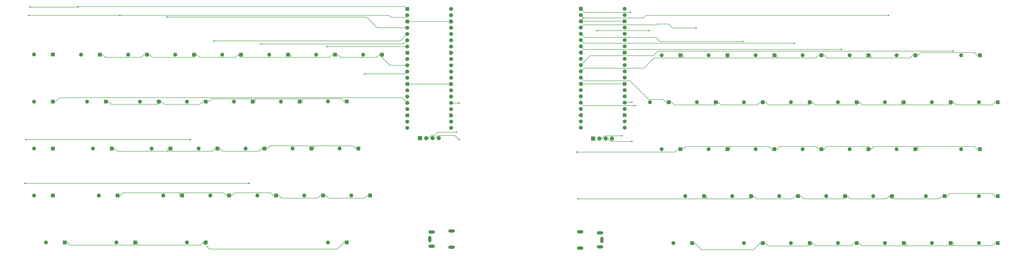
<source format=gbr>
%TF.GenerationSoftware,KiCad,Pcbnew,8.0.8*%
%TF.CreationDate,2025-03-06T07:07:31-06:00*%
%TF.ProjectId,keyboardv2,6b657962-6f61-4726-9476-322e6b696361,rev?*%
%TF.SameCoordinates,Original*%
%TF.FileFunction,Copper,L1,Top*%
%TF.FilePolarity,Positive*%
%FSLAX46Y46*%
G04 Gerber Fmt 4.6, Leading zero omitted, Abs format (unit mm)*
G04 Created by KiCad (PCBNEW 8.0.8) date 2025-03-06 07:07:31*
%MOMM*%
%LPD*%
G01*
G04 APERTURE LIST*
G04 Aperture macros list*
%AMRoundRect*
0 Rectangle with rounded corners*
0 $1 Rounding radius*
0 $2 $3 $4 $5 $6 $7 $8 $9 X,Y pos of 4 corners*
0 Add a 4 corners polygon primitive as box body*
4,1,4,$2,$3,$4,$5,$6,$7,$8,$9,$2,$3,0*
0 Add four circle primitives for the rounded corners*
1,1,$1+$1,$2,$3*
1,1,$1+$1,$4,$5*
1,1,$1+$1,$6,$7*
1,1,$1+$1,$8,$9*
0 Add four rect primitives between the rounded corners*
20,1,$1+$1,$2,$3,$4,$5,0*
20,1,$1+$1,$4,$5,$6,$7,0*
20,1,$1+$1,$6,$7,$8,$9,0*
20,1,$1+$1,$8,$9,$2,$3,0*%
%AMFreePoly0*
4,1,28,0.605014,0.794986,0.644504,0.794986,0.724698,0.756366,0.780194,0.686777,0.800000,0.600000,0.800000,-0.600000,0.780194,-0.686777,0.724698,-0.756366,0.644504,-0.794986,0.605014,-0.794986,0.600000,-0.800000,0.000000,-0.800000,-0.178017,-0.779942,-0.347107,-0.720775,-0.498792,-0.625465,-0.625465,-0.498792,-0.720775,-0.347107,-0.779942,-0.178017,-0.800000,0.000000,-0.779942,0.178017,
-0.720775,0.347107,-0.625465,0.498792,-0.498792,0.625465,-0.347107,0.720775,-0.178017,0.779942,0.000000,0.800000,0.600000,0.800000,0.605014,0.794986,0.605014,0.794986,$1*%
%AMFreePoly1*
4,1,28,0.178017,0.779942,0.347107,0.720775,0.498792,0.625465,0.625465,0.498792,0.720775,0.347107,0.779942,0.178017,0.800000,0.000000,0.779942,-0.178017,0.720775,-0.347107,0.625465,-0.498792,0.498792,-0.625465,0.347107,-0.720775,0.178017,-0.779942,0.000000,-0.800000,-0.600000,-0.800000,-0.605014,-0.794986,-0.644504,-0.794986,-0.724698,-0.756366,-0.780194,-0.686777,-0.800000,-0.600000,
-0.800000,0.600000,-0.780194,0.686777,-0.724698,0.756366,-0.644504,0.794986,-0.605014,0.794986,-0.600000,0.800000,0.000000,0.800000,0.178017,0.779942,0.178017,0.779942,$1*%
G04 Aperture macros list end*
%TA.AperFunction,ComponentPad*%
%ADD10RoundRect,0.200000X-0.600000X-0.600000X0.600000X-0.600000X0.600000X0.600000X-0.600000X0.600000X0*%
%TD*%
%TA.AperFunction,ComponentPad*%
%ADD11C,1.600000*%
%TD*%
%TA.AperFunction,ComponentPad*%
%ADD12FreePoly0,0.000000*%
%TD*%
%TA.AperFunction,ComponentPad*%
%ADD13FreePoly1,0.000000*%
%TD*%
%TA.AperFunction,ComponentPad*%
%ADD14R,1.700000X1.700000*%
%TD*%
%TA.AperFunction,ComponentPad*%
%ADD15O,1.700000X1.700000*%
%TD*%
%TA.AperFunction,ComponentPad*%
%ADD16O,1.308000X2.616000*%
%TD*%
%TA.AperFunction,ComponentPad*%
%ADD17O,2.616000X1.308000*%
%TD*%
%TA.AperFunction,ComponentPad*%
%ADD18R,1.600000X1.600000*%
%TD*%
%TA.AperFunction,ComponentPad*%
%ADD19O,1.600000X1.600000*%
%TD*%
%TA.AperFunction,ViaPad*%
%ADD20C,0.600000*%
%TD*%
%TA.AperFunction,Conductor*%
%ADD21C,0.200000*%
%TD*%
G04 APERTURE END LIST*
D10*
%TO.P,A1,1,GPIO0*%
%TO.N,Net-(A1-GPIO0)*%
X205070000Y-69980000D03*
D11*
%TO.P,A1,2,GPIO1*%
%TO.N,Net-(A1-GPIO1)*%
X205070000Y-72520000D03*
D12*
%TO.P,A1,3,GND*%
%TO.N,Net-(J1-T)*%
X205070000Y-75060000D03*
D11*
%TO.P,A1,4,GPIO2*%
%TO.N,Net-(A1-GPIO2)*%
X205070000Y-77600000D03*
%TO.P,A1,5,GPIO3*%
%TO.N,Net-(A1-GPIO3)*%
X205070000Y-80140000D03*
%TO.P,A1,6,GPIO4*%
%TO.N,Net-(A1-GPIO4)*%
X205070000Y-82680000D03*
%TO.P,A1,7,GPIO5*%
%TO.N,Net-(A1-GPIO5)*%
X205070000Y-85220000D03*
D12*
%TO.P,A1,8,GND*%
%TO.N,Net-(J1-T)*%
X205070000Y-87760000D03*
D11*
%TO.P,A1,9,GPIO6*%
%TO.N,Net-(A1-GPIO6)*%
X205070000Y-90300000D03*
%TO.P,A1,10,GPIO7*%
%TO.N,Net-(A1-GPIO7)*%
X205070000Y-92840000D03*
%TO.P,A1,11,GPIO8*%
%TO.N,Net-(A1-GPIO8)*%
X205070000Y-95380000D03*
%TO.P,A1,12,GPIO9*%
%TO.N,Net-(A1-GPIO9)*%
X205070000Y-97920000D03*
D12*
%TO.P,A1,13,GND*%
%TO.N,Net-(J1-T)*%
X205070000Y-100460000D03*
D11*
%TO.P,A1,14,GPIO10*%
%TO.N,Net-(A1-GPIO10)*%
X205070000Y-103000000D03*
%TO.P,A1,15,GPIO11*%
%TO.N,Net-(A1-GPIO11)*%
X205070000Y-105540000D03*
%TO.P,A1,16,GPIO12*%
%TO.N,Net-(A1-GPIO12)*%
X205070000Y-108080000D03*
%TO.P,A1,17,GPIO13*%
%TO.N,unconnected-(A1-GPIO13-Pad17)*%
X205070000Y-110620000D03*
D12*
%TO.P,A1,18,GND*%
%TO.N,Net-(J1-T)*%
X205070000Y-113160000D03*
D11*
%TO.P,A1,19,GPIO14*%
%TO.N,unconnected-(A1-GPIO14-Pad19)*%
X205070000Y-115700000D03*
%TO.P,A1,20,GPIO15*%
%TO.N,unconnected-(A1-GPIO15-Pad20)*%
X205070000Y-118240000D03*
%TO.P,A1,21,GPIO16*%
%TO.N,unconnected-(A1-GPIO16-Pad21)*%
X222850000Y-118240000D03*
%TO.P,A1,22,GPIO17*%
%TO.N,Net-(A1-GPIO17)*%
X222850000Y-115700000D03*
D13*
%TO.P,A1,23,GND*%
%TO.N,Net-(J1-T)*%
X222850000Y-113160000D03*
D11*
%TO.P,A1,24,GPIO18*%
%TO.N,Net-(A1-GPIO18)*%
X222850000Y-110620000D03*
%TO.P,A1,25,GPIO19*%
%TO.N,Net-(A1-GPIO19)*%
X222850000Y-108080000D03*
%TO.P,A1,26,GPIO20*%
%TO.N,unconnected-(A1-GPIO20-Pad26)*%
X222850000Y-105540000D03*
%TO.P,A1,27,GPIO21*%
%TO.N,unconnected-(A1-GPIO21-Pad27)*%
X222850000Y-103000000D03*
D13*
%TO.P,A1,28,GND*%
%TO.N,Net-(J1-T)*%
X222850000Y-100460000D03*
D11*
%TO.P,A1,29,GPIO22*%
%TO.N,unconnected-(A1-GPIO22-Pad29)*%
X222850000Y-97920000D03*
%TO.P,A1,30,RUN*%
%TO.N,unconnected-(A1-RUN-Pad30)*%
X222850000Y-95380000D03*
%TO.P,A1,31,GPIO26_ADC0*%
%TO.N,unconnected-(A1-GPIO26_ADC0-Pad31)*%
X222850000Y-92840000D03*
%TO.P,A1,32,GPIO27_ADC1*%
%TO.N,unconnected-(A1-GPIO27_ADC1-Pad32)*%
X222850000Y-90300000D03*
D13*
%TO.P,A1,33,AGND*%
%TO.N,unconnected-(A1-AGND-Pad33)*%
X222850000Y-87760000D03*
D11*
%TO.P,A1,34,GPIO28_ADC2*%
%TO.N,unconnected-(A1-GPIO28_ADC2-Pad34)*%
X222850000Y-85220000D03*
%TO.P,A1,35,ADC_VREF*%
%TO.N,unconnected-(A1-ADC_VREF-Pad35)*%
X222850000Y-82680000D03*
%TO.P,A1,36,3V3*%
%TO.N,+3.3V*%
X222850000Y-80140000D03*
%TO.P,A1,37,3V3_EN*%
%TO.N,unconnected-(A1-3V3_EN-Pad37)*%
X222850000Y-77600000D03*
D13*
%TO.P,A1,38,GND*%
%TO.N,Net-(J1-T)*%
X222850000Y-75060000D03*
D11*
%TO.P,A1,39,VSYS*%
%TO.N,unconnected-(A1-VSYS-Pad39)*%
X222850000Y-72520000D03*
%TO.P,A1,40,VBUS*%
%TO.N,unconnected-(A1-VBUS-Pad40)*%
X222850000Y-69980000D03*
%TD*%
D10*
%TO.P,A3,1,GPIO0*%
%TO.N,Net-(A3-GPIO0)*%
X275445000Y-69937500D03*
D11*
%TO.P,A3,2,GPIO1*%
%TO.N,Net-(A3-GPIO1)*%
X275445000Y-72477500D03*
D12*
%TO.P,A3,3,GND*%
%TO.N,GND*%
X275445000Y-75017500D03*
D11*
%TO.P,A3,4,GPIO2*%
%TO.N,Net-(A3-GPIO2)*%
X275445000Y-77557500D03*
%TO.P,A3,5,GPIO3*%
%TO.N,Net-(A3-GPIO3)*%
X275445000Y-80097500D03*
%TO.P,A3,6,GPIO4*%
%TO.N,Net-(A3-GPIO4)*%
X275445000Y-82637500D03*
%TO.P,A3,7,GPIO5*%
%TO.N,Net-(A3-GPIO5)*%
X275445000Y-85177500D03*
D12*
%TO.P,A3,8,GND*%
%TO.N,GND*%
X275445000Y-87717500D03*
D11*
%TO.P,A3,9,GPIO6*%
%TO.N,Net-(A3-GPIO6)*%
X275445000Y-90257500D03*
%TO.P,A3,10,GPIO7*%
%TO.N,Net-(A3-GPIO7)*%
X275445000Y-92797500D03*
%TO.P,A3,11,GPIO8*%
%TO.N,Net-(A3-GPIO8)*%
X275445000Y-95337500D03*
%TO.P,A3,12,GPIO9*%
%TO.N,Net-(A3-GPIO9)*%
X275445000Y-97877500D03*
D12*
%TO.P,A3,13,GND*%
%TO.N,GND*%
X275445000Y-100417500D03*
D11*
%TO.P,A3,14,GPIO10*%
%TO.N,Net-(A3-GPIO10)*%
X275445000Y-102957500D03*
%TO.P,A3,15,GPIO11*%
%TO.N,Net-(A3-GPIO11)*%
X275445000Y-105497500D03*
%TO.P,A3,16,GPIO12*%
%TO.N,Net-(A3-GPIO12)*%
X275445000Y-108037500D03*
%TO.P,A3,17,GPIO13*%
%TO.N,unconnected-(A3-GPIO13-Pad17)*%
X275445000Y-110577500D03*
D12*
%TO.P,A3,18,GND*%
%TO.N,GND*%
X275445000Y-113117500D03*
D11*
%TO.P,A3,19,GPIO14*%
%TO.N,unconnected-(A3-GPIO14-Pad19)*%
X275445000Y-115657500D03*
%TO.P,A3,20,GPIO15*%
%TO.N,unconnected-(A3-GPIO15-Pad20)*%
X275445000Y-118197500D03*
%TO.P,A3,21,GPIO16*%
%TO.N,unconnected-(A3-GPIO16-Pad21)*%
X293225000Y-118197500D03*
%TO.P,A3,22,GPIO17*%
%TO.N,Net-(A3-GPIO17)*%
X293225000Y-115657500D03*
D13*
%TO.P,A3,23,GND*%
%TO.N,GND*%
X293225000Y-113117500D03*
D11*
%TO.P,A3,24,GPIO18*%
%TO.N,Net-(A3-GPIO18)*%
X293225000Y-110577500D03*
%TO.P,A3,25,GPIO19*%
%TO.N,Net-(A3-GPIO19)*%
X293225000Y-108037500D03*
%TO.P,A3,26,GPIO20*%
%TO.N,unconnected-(A3-GPIO20-Pad26)*%
X293225000Y-105497500D03*
%TO.P,A3,27,GPIO21*%
%TO.N,unconnected-(A3-GPIO21-Pad27)*%
X293225000Y-102957500D03*
D13*
%TO.P,A3,28,GND*%
%TO.N,GND*%
X293225000Y-100417500D03*
D11*
%TO.P,A3,29,GPIO22*%
%TO.N,unconnected-(A3-GPIO22-Pad29)*%
X293225000Y-97877500D03*
%TO.P,A3,30,RUN*%
%TO.N,unconnected-(A3-RUN-Pad30)*%
X293225000Y-95337500D03*
%TO.P,A3,31,GPIO26_ADC0*%
%TO.N,unconnected-(A3-GPIO26_ADC0-Pad31)*%
X293225000Y-92797500D03*
%TO.P,A3,32,GPIO27_ADC1*%
%TO.N,unconnected-(A3-GPIO27_ADC1-Pad32)*%
X293225000Y-90257500D03*
D13*
%TO.P,A3,33,AGND*%
%TO.N,unconnected-(A3-AGND-Pad33)*%
X293225000Y-87717500D03*
D11*
%TO.P,A3,34,GPIO28_ADC2*%
%TO.N,unconnected-(A3-GPIO28_ADC2-Pad34)*%
X293225000Y-85177500D03*
%TO.P,A3,35,ADC_VREF*%
%TO.N,unconnected-(A3-ADC_VREF-Pad35)*%
X293225000Y-82637500D03*
%TO.P,A3,36,3V3*%
%TO.N,Net-(A3-3V3)*%
X293225000Y-80097500D03*
%TO.P,A3,37,3V3_EN*%
%TO.N,unconnected-(A3-3V3_EN-Pad37)*%
X293225000Y-77557500D03*
D13*
%TO.P,A3,38,GND*%
%TO.N,GND*%
X293225000Y-75017500D03*
D11*
%TO.P,A3,39,VSYS*%
%TO.N,unconnected-(A3-VSYS-Pad39)*%
X293225000Y-72477500D03*
%TO.P,A3,40,VBUS*%
%TO.N,Net-(A3-VBUS)*%
X293225000Y-69937500D03*
%TD*%
D14*
%TO.P,U2,1,GND*%
%TO.N,GND*%
X280440000Y-122590000D03*
D15*
%TO.P,U2,2,+5V*%
%TO.N,Net-(A3-3V3)*%
X282980000Y-122590000D03*
%TO.P,U2,3,SCL*%
%TO.N,Net-(A3-GPIO19)*%
X285520000Y-122590000D03*
%TO.P,U2,4,SDA*%
%TO.N,Net-(A3-GPIO18)*%
X288060000Y-122590000D03*
%TD*%
D14*
%TO.P,U1,1,GND*%
%TO.N,Net-(J1-T)*%
X210225000Y-122412500D03*
D15*
%TO.P,U1,2,+5V*%
%TO.N,+3.3V*%
X212765000Y-122412500D03*
%TO.P,U1,3,SCL*%
%TO.N,Net-(A1-GPIO19)*%
X215305000Y-122412500D03*
%TO.P,U1,4,SDA*%
%TO.N,Net-(A1-GPIO18)*%
X217845000Y-122412500D03*
%TD*%
D16*
%TO.P,J2,1,S*%
%TO.N,Net-(A3-GPIO17)*%
X283985000Y-163705000D03*
D17*
%TO.P,J2,2,R2*%
%TO.N,unconnected-(J2-R2-Pad2)*%
X283185000Y-160855000D03*
%TO.P,J2,3,R1*%
%TO.N,Net-(A3-VBUS)*%
X283185000Y-166555000D03*
%TO.P,J2,4_1,T*%
%TO.N,GND*%
X275185000Y-160405000D03*
%TO.P,J2,4_2,TN*%
%TO.N,unconnected-(J2-TN-Pad4_2)*%
X275185000Y-167005000D03*
%TD*%
D16*
%TO.P,J1,1,S*%
%TO.N,Net-(A1-GPIO17)*%
X214220000Y-163377500D03*
D17*
%TO.P,J1,2,R2*%
%TO.N,unconnected-(J1-R2-Pad2)*%
X215020000Y-166227500D03*
%TO.P,J1,3,R1*%
%TO.N,+3.3V*%
X215020000Y-160527500D03*
%TO.P,J1,4_1,T*%
%TO.N,Net-(J1-T)*%
X223020000Y-166677500D03*
%TO.P,J1,4_2,TN*%
%TO.N,unconnected-(J1-TN-Pad4_2)*%
X223020000Y-160077500D03*
%TD*%
D18*
%TO.P,D44,1,K*%
%TO.N,Net-(A1-GPIO10)*%
X132880000Y-145677500D03*
D19*
%TO.P,D44,2,A*%
%TO.N,Net-(D44-A)*%
X125260000Y-145677500D03*
%TD*%
D18*
%TO.P,D54,1,K*%
%TO.N,Net-(A3-GPIO11)*%
X444395000Y-145955000D03*
D19*
%TO.P,D54,2,A*%
%TO.N,Net-(D54-A)*%
X436775000Y-145955000D03*
%TD*%
D18*
%TO.P,D62,1,K*%
%TO.N,Net-(A3-GPIO12)*%
X387245000Y-165005000D03*
D19*
%TO.P,D62,2,A*%
%TO.N,Net-(D62-A)*%
X379625000Y-165005000D03*
%TD*%
D18*
%TO.P,D55,1,K*%
%TO.N,Net-(A1-GPIO11)*%
X66180000Y-164727500D03*
D19*
%TO.P,D55,2,A*%
%TO.N,Net-(D55-A)*%
X58560000Y-164727500D03*
%TD*%
D18*
%TO.P,D63,1,K*%
%TO.N,Net-(A3-GPIO12)*%
X406295000Y-165005000D03*
D19*
%TO.P,D63,2,A*%
%TO.N,Net-(D63-A)*%
X398675000Y-165005000D03*
%TD*%
D18*
%TO.P,D69,1,K*%
%TO.N,Net-(A1-GPIO12)*%
X61430000Y-145677500D03*
D19*
%TO.P,D69,2,A*%
%TO.N,Net-(D69-A)*%
X53810000Y-145677500D03*
%TD*%
D18*
%TO.P,D28,1,K*%
%TO.N,Net-(A3-GPIO9)*%
X444395000Y-107855000D03*
D19*
%TO.P,D28,2,A*%
%TO.N,Net-(D28-A)*%
X436775000Y-107855000D03*
%TD*%
D18*
%TO.P,D52,1,K*%
%TO.N,Net-(A3-GPIO11)*%
X401545000Y-145955000D03*
D19*
%TO.P,D52,2,A*%
%TO.N,Net-(D52-A)*%
X393925000Y-145955000D03*
%TD*%
D18*
%TO.P,D53,1,K*%
%TO.N,Net-(A3-GPIO11)*%
X422945000Y-145955000D03*
D19*
%TO.P,D53,2,A*%
%TO.N,Net-(D53-A)*%
X415325000Y-145955000D03*
%TD*%
D18*
%TO.P,D45,1,K*%
%TO.N,Net-(A1-GPIO10)*%
X151890000Y-145677500D03*
D19*
%TO.P,D45,2,A*%
%TO.N,Net-(D45-A)*%
X144270000Y-145677500D03*
%TD*%
D18*
%TO.P,D17,1,K*%
%TO.N,Net-(A1-GPIO8)*%
X123330000Y-107577500D03*
D19*
%TO.P,D17,2,A*%
%TO.N,Net-(D17-A)*%
X115710000Y-107577500D03*
%TD*%
D18*
%TO.P,D9,1,K*%
%TO.N,Net-(A3-GPIO8)*%
X334845000Y-88805000D03*
D19*
%TO.P,D9,2,A*%
%TO.N,Net-(D9-A)*%
X327225000Y-88805000D03*
%TD*%
D18*
%TO.P,D35,1,K*%
%TO.N,Net-(A3-GPIO10)*%
X315795000Y-126905000D03*
D19*
%TO.P,D35,2,A*%
%TO.N,Net-(D35-A)*%
X308175000Y-126905000D03*
%TD*%
D18*
%TO.P,D12,1,K*%
%TO.N,Net-(A3-GPIO8)*%
X391995000Y-88805000D03*
D19*
%TO.P,D12,2,A*%
%TO.N,Net-(D12-A)*%
X384375000Y-88805000D03*
%TD*%
D18*
%TO.P,D4,1,K*%
%TO.N,Net-(A1-GPIO7)*%
X137680000Y-88527500D03*
D19*
%TO.P,D4,2,A*%
%TO.N,Net-(D4-A)*%
X130060000Y-88527500D03*
%TD*%
D18*
%TO.P,D31,1,K*%
%TO.N,Net-(A1-GPIO9)*%
X128080000Y-126627500D03*
D19*
%TO.P,D31,2,A*%
%TO.N,Net-(D31-A)*%
X120460000Y-126627500D03*
%TD*%
D18*
%TO.P,D43,1,K*%
%TO.N,Net-(A1-GPIO10)*%
X113830000Y-145677500D03*
D19*
%TO.P,D43,2,A*%
%TO.N,Net-(D43-A)*%
X106210000Y-145677500D03*
%TD*%
D18*
%TO.P,D18,1,K*%
%TO.N,Net-(A1-GPIO8)*%
X142390000Y-107577500D03*
D19*
%TO.P,D18,2,A*%
%TO.N,Net-(D18-A)*%
X134770000Y-107577500D03*
%TD*%
D18*
%TO.P,D50,1,K*%
%TO.N,Net-(A3-GPIO11)*%
X363445000Y-145955000D03*
D19*
%TO.P,D50,2,A*%
%TO.N,Net-(D50-A)*%
X355825000Y-145955000D03*
%TD*%
D18*
%TO.P,D26,1,K*%
%TO.N,Net-(A3-GPIO9)*%
X406305000Y-107855000D03*
D19*
%TO.P,D26,2,A*%
%TO.N,Net-(D26-A)*%
X398685000Y-107855000D03*
%TD*%
D18*
%TO.P,D47,1,K*%
%TO.N,Net-(A1-GPIO10)*%
X189980000Y-145677500D03*
D19*
%TO.P,D47,2,A*%
%TO.N,Net-(D47-A)*%
X182360000Y-145677500D03*
%TD*%
D18*
%TO.P,D33,1,K*%
%TO.N,Net-(A1-GPIO9)*%
X166180000Y-126627500D03*
D19*
%TO.P,D33,2,A*%
%TO.N,Net-(D33-A)*%
X158560000Y-126627500D03*
%TD*%
D18*
%TO.P,D23,1,K*%
%TO.N,Net-(A3-GPIO9)*%
X349195000Y-107855000D03*
D19*
%TO.P,D23,2,A*%
%TO.N,Net-(D23-A)*%
X341575000Y-107855000D03*
%TD*%
D18*
%TO.P,D39,1,K*%
%TO.N,Net-(A3-GPIO10)*%
X391995000Y-126905000D03*
D19*
%TO.P,D39,2,A*%
%TO.N,Net-(D39-A)*%
X384375000Y-126905000D03*
%TD*%
D18*
%TO.P,D24,1,K*%
%TO.N,Net-(A3-GPIO9)*%
X368195000Y-107855000D03*
D19*
%TO.P,D24,2,A*%
%TO.N,Net-(D24-A)*%
X360575000Y-107855000D03*
%TD*%
D18*
%TO.P,D7,1,K*%
%TO.N,Net-(A1-GPIO7)*%
X194830000Y-88527500D03*
D19*
%TO.P,D7,2,A*%
%TO.N,Net-(D7-A)*%
X187210000Y-88527500D03*
%TD*%
D18*
%TO.P,D27,1,K*%
%TO.N,Net-(A3-GPIO9)*%
X425345000Y-107855000D03*
D19*
%TO.P,D27,2,A*%
%TO.N,Net-(D27-A)*%
X417725000Y-107855000D03*
%TD*%
D18*
%TO.P,D48,1,K*%
%TO.N,Net-(A3-GPIO11)*%
X325345000Y-145955000D03*
D19*
%TO.P,D48,2,A*%
%TO.N,Net-(D48-A)*%
X317725000Y-145955000D03*
%TD*%
D18*
%TO.P,D49,1,K*%
%TO.N,Net-(A3-GPIO11)*%
X344395000Y-145955000D03*
D19*
%TO.P,D49,2,A*%
%TO.N,Net-(D49-A)*%
X336775000Y-145955000D03*
%TD*%
D18*
%TO.P,D58,1,K*%
%TO.N,Net-(A1-GPIO11)*%
X180480000Y-164727500D03*
D19*
%TO.P,D58,2,A*%
%TO.N,Net-(D58-A)*%
X172860000Y-164727500D03*
%TD*%
D18*
%TO.P,D13,1,K*%
%TO.N,Net-(A3-GPIO8)*%
X411055000Y-88805000D03*
D19*
%TO.P,D13,2,A*%
%TO.N,Net-(D13-A)*%
X403435000Y-88805000D03*
%TD*%
D18*
%TO.P,D32,1,K*%
%TO.N,Net-(A1-GPIO9)*%
X147130000Y-126627500D03*
D19*
%TO.P,D32,2,A*%
%TO.N,Net-(D32-A)*%
X139510000Y-126627500D03*
%TD*%
D18*
%TO.P,D19,1,K*%
%TO.N,Net-(A1-GPIO8)*%
X161430000Y-107577500D03*
D19*
%TO.P,D19,2,A*%
%TO.N,Net-(D19-A)*%
X153810000Y-107577500D03*
%TD*%
D18*
%TO.P,D57,1,K*%
%TO.N,Net-(A1-GPIO11)*%
X123330000Y-164727500D03*
D19*
%TO.P,D57,2,A*%
%TO.N,Net-(D57-A)*%
X115710000Y-164727500D03*
%TD*%
D18*
%TO.P,D64,1,K*%
%TO.N,Net-(A3-GPIO12)*%
X425345000Y-165005000D03*
D19*
%TO.P,D64,2,A*%
%TO.N,Net-(D64-A)*%
X417725000Y-165005000D03*
%TD*%
D18*
%TO.P,D30,1,K*%
%TO.N,Net-(A1-GPIO9)*%
X109030000Y-126627500D03*
D19*
%TO.P,D30,2,A*%
%TO.N,Net-(D30-A)*%
X101410000Y-126627500D03*
%TD*%
D18*
%TO.P,D38,1,K*%
%TO.N,Net-(A3-GPIO10)*%
X372945000Y-126905000D03*
D19*
%TO.P,D38,2,A*%
%TO.N,Net-(D38-A)*%
X365325000Y-126905000D03*
%TD*%
D18*
%TO.P,D8,1,K*%
%TO.N,Net-(A3-GPIO8)*%
X315785000Y-88805000D03*
D19*
%TO.P,D8,2,A*%
%TO.N,Net-(D8-A)*%
X308165000Y-88805000D03*
%TD*%
D18*
%TO.P,D37,1,K*%
%TO.N,Net-(A3-GPIO10)*%
X353895000Y-126905000D03*
D19*
%TO.P,D37,2,A*%
%TO.N,Net-(D37-A)*%
X346275000Y-126905000D03*
%TD*%
D18*
%TO.P,D68,1,K*%
%TO.N,Net-(A1-GPIO12)*%
X61430000Y-126627500D03*
D19*
%TO.P,D68,2,A*%
%TO.N,Net-(D68-A)*%
X53810000Y-126627500D03*
%TD*%
D18*
%TO.P,D66,1,K*%
%TO.N,Net-(A1-GPIO12)*%
X61430000Y-88477500D03*
D19*
%TO.P,D66,2,A*%
%TO.N,Net-(D66-A)*%
X53810000Y-88477500D03*
%TD*%
D18*
%TO.P,D20,1,K*%
%TO.N,Net-(A1-GPIO8)*%
X180480000Y-107527500D03*
D19*
%TO.P,D20,2,A*%
%TO.N,Net-(D20-A)*%
X172860000Y-107527500D03*
%TD*%
D18*
%TO.P,D29,1,K*%
%TO.N,Net-(A1-GPIO9)*%
X85230000Y-126627500D03*
D19*
%TO.P,D29,2,A*%
%TO.N,Net-(D29-A)*%
X77610000Y-126627500D03*
%TD*%
D18*
%TO.P,D60,1,K*%
%TO.N,Net-(A3-GPIO12)*%
X349145000Y-165005000D03*
D19*
%TO.P,D60,2,A*%
%TO.N,Net-(D60-A)*%
X341525000Y-165005000D03*
%TD*%
D18*
%TO.P,D36,1,K*%
%TO.N,Net-(A3-GPIO10)*%
X334845000Y-126905000D03*
D19*
%TO.P,D36,2,A*%
%TO.N,Net-(D36-A)*%
X327225000Y-126905000D03*
%TD*%
D18*
%TO.P,D15,1,K*%
%TO.N,Net-(A1-GPIO8)*%
X82880000Y-107577500D03*
D19*
%TO.P,D15,2,A*%
%TO.N,Net-(D15-A)*%
X75260000Y-107577500D03*
%TD*%
D18*
%TO.P,D21,1,K*%
%TO.N,Net-(A3-GPIO9)*%
X311045000Y-107855000D03*
D19*
%TO.P,D21,2,A*%
%TO.N,Net-(D21-A)*%
X303425000Y-107855000D03*
%TD*%
D18*
%TO.P,D2,1,K*%
%TO.N,Net-(A1-GPIO7)*%
X99580000Y-88527500D03*
D19*
%TO.P,D2,2,A*%
%TO.N,Net-(D2-A)*%
X91960000Y-88527500D03*
%TD*%
D18*
%TO.P,D1,1,K*%
%TO.N,Net-(A1-GPIO7)*%
X80480000Y-88527500D03*
D19*
%TO.P,D1,2,A*%
%TO.N,Net-(D1-A)*%
X72860000Y-88527500D03*
%TD*%
D18*
%TO.P,D10,1,K*%
%TO.N,Net-(A3-GPIO8)*%
X353895000Y-88805000D03*
D19*
%TO.P,D10,2,A*%
%TO.N,Net-(D10-A)*%
X346275000Y-88805000D03*
%TD*%
D18*
%TO.P,D11,1,K*%
%TO.N,Net-(A3-GPIO8)*%
X372945000Y-88805000D03*
D19*
%TO.P,D11,2,A*%
%TO.N,Net-(D11-A)*%
X365325000Y-88805000D03*
%TD*%
D18*
%TO.P,D61,1,K*%
%TO.N,Net-(A3-GPIO12)*%
X368195000Y-165005000D03*
D19*
%TO.P,D61,2,A*%
%TO.N,Net-(D61-A)*%
X360575000Y-165005000D03*
%TD*%
D18*
%TO.P,D40,1,K*%
%TO.N,Net-(A3-GPIO10)*%
X411045000Y-126905000D03*
D19*
%TO.P,D40,2,A*%
%TO.N,Net-(D40-A)*%
X403425000Y-126905000D03*
%TD*%
D18*
%TO.P,D56,1,K*%
%TO.N,Net-(A1-GPIO11)*%
X94780000Y-164727500D03*
D19*
%TO.P,D56,2,A*%
%TO.N,Net-(D56-A)*%
X87160000Y-164727500D03*
%TD*%
D18*
%TO.P,D6,1,K*%
%TO.N,Net-(A1-GPIO7)*%
X175780000Y-88527500D03*
D19*
%TO.P,D6,2,A*%
%TO.N,Net-(D6-A)*%
X168160000Y-88527500D03*
%TD*%
D18*
%TO.P,D25,1,K*%
%TO.N,Net-(A3-GPIO9)*%
X387245000Y-107855000D03*
D19*
%TO.P,D25,2,A*%
%TO.N,Net-(D25-A)*%
X379625000Y-107855000D03*
%TD*%
D18*
%TO.P,D59,1,K*%
%TO.N,Net-(A3-GPIO12)*%
X320595000Y-165005000D03*
D19*
%TO.P,D59,2,A*%
%TO.N,Net-(D59-A)*%
X312975000Y-165005000D03*
%TD*%
D18*
%TO.P,D34,1,K*%
%TO.N,Net-(A1-GPIO9)*%
X185230000Y-126627500D03*
D19*
%TO.P,D34,2,A*%
%TO.N,Net-(D34-A)*%
X177610000Y-126627500D03*
%TD*%
D18*
%TO.P,D46,1,K*%
%TO.N,Net-(A1-GPIO10)*%
X170930000Y-145677500D03*
D19*
%TO.P,D46,2,A*%
%TO.N,Net-(D46-A)*%
X163310000Y-145677500D03*
%TD*%
D18*
%TO.P,D16,1,K*%
%TO.N,Net-(A1-GPIO8)*%
X104280000Y-107577500D03*
D19*
%TO.P,D16,2,A*%
%TO.N,Net-(D16-A)*%
X96660000Y-107577500D03*
%TD*%
D18*
%TO.P,D22,1,K*%
%TO.N,Net-(A3-GPIO9)*%
X330095000Y-107855000D03*
D19*
%TO.P,D22,2,A*%
%TO.N,Net-(D22-A)*%
X322475000Y-107855000D03*
%TD*%
D18*
%TO.P,D67,1,K*%
%TO.N,Net-(A1-GPIO12)*%
X61430000Y-107577500D03*
D19*
%TO.P,D67,2,A*%
%TO.N,Net-(D67-A)*%
X53810000Y-107577500D03*
%TD*%
D18*
%TO.P,D65,1,K*%
%TO.N,Net-(A3-GPIO12)*%
X444395000Y-165005000D03*
D19*
%TO.P,D65,2,A*%
%TO.N,Net-(D65-A)*%
X436775000Y-165005000D03*
%TD*%
D18*
%TO.P,D42,1,K*%
%TO.N,Net-(A1-GPIO10)*%
X87630000Y-145677500D03*
D19*
%TO.P,D42,2,A*%
%TO.N,Net-(D42-A)*%
X80010000Y-145677500D03*
%TD*%
D18*
%TO.P,D3,1,K*%
%TO.N,Net-(A1-GPIO7)*%
X118630000Y-88527500D03*
D19*
%TO.P,D3,2,A*%
%TO.N,Net-(D3-A)*%
X111010000Y-88527500D03*
%TD*%
D18*
%TO.P,D51,1,K*%
%TO.N,Net-(A3-GPIO11)*%
X382495000Y-145955000D03*
D19*
%TO.P,D51,2,A*%
%TO.N,Net-(D51-A)*%
X374875000Y-145955000D03*
%TD*%
D18*
%TO.P,D41,1,K*%
%TO.N,Net-(A3-GPIO10)*%
X437245000Y-126905000D03*
D19*
%TO.P,D41,2,A*%
%TO.N,Net-(D41-A)*%
X429625000Y-126905000D03*
%TD*%
D18*
%TO.P,D5,1,K*%
%TO.N,Net-(A1-GPIO7)*%
X156730000Y-88527500D03*
D19*
%TO.P,D5,2,A*%
%TO.N,Net-(D5-A)*%
X149110000Y-88527500D03*
%TD*%
D18*
%TO.P,D14,1,K*%
%TO.N,Net-(A3-GPIO8)*%
X437245000Y-88805000D03*
D19*
%TO.P,D14,2,A*%
%TO.N,Net-(D14-A)*%
X429625000Y-88805000D03*
%TD*%
D20*
%TO.N,Net-(A3-3V3)*%
X292027800Y-121432000D03*
%TO.N,Net-(A3-GPIO2)*%
X322182500Y-77674500D03*
%TO.N,Net-(A3-GPIO19)*%
X296176000Y-123755100D03*
X296176000Y-107863900D03*
%TO.N,Net-(A3-GPIO7)*%
X426365000Y-87101500D03*
%TO.N,Net-(A3-GPIO12)*%
X297486900Y-109162400D03*
%TO.N,Net-(A3-GPIO5)*%
X381115000Y-86379100D03*
%TO.N,Net-(A3-GPIO1)*%
X303107200Y-78827500D03*
X281880100Y-78827500D03*
%TO.N,Net-(A3-GPIO10)*%
X273708400Y-128054900D03*
%TO.N,Net-(A3-GPIO0)*%
X295497000Y-71349000D03*
%TO.N,Net-(A3-GPIO11)*%
X274317900Y-147056700D03*
%TO.N,Net-(A3-GPIO3)*%
X341151500Y-83236200D03*
%TO.N,Net-(A3-GPIO6)*%
X276202900Y-73595800D03*
X400165000Y-72596700D03*
%TO.N,Net-(A3-GPIO4)*%
X362065000Y-83848000D03*
%TO.N,Net-(A1-GPIO4)*%
X145815000Y-84193700D03*
%TO.N,Net-(A1-GPIO19)*%
X226053000Y-122959200D03*
X226053000Y-108146700D03*
%TO.N,Net-(A1-GPIO8)*%
X187794800Y-96296700D03*
%TO.N,Net-(A1-GPIO2)*%
X107715000Y-73268300D03*
X117165000Y-122959200D03*
X50515000Y-122959200D03*
%TO.N,+3.3V*%
X225067500Y-120038400D03*
%TO.N,Net-(A1-GPIO3)*%
X126765000Y-82985900D03*
X140985000Y-140734200D03*
X50158200Y-140734200D03*
%TO.N,Net-(A1-GPIO0)*%
X71557400Y-69247000D03*
X52164500Y-69247000D03*
%TO.N,Net-(A1-GPIO1)*%
X88615000Y-72596700D03*
X51545200Y-72596700D03*
%TO.N,Net-(A1-GPIO5)*%
X172651400Y-85220000D03*
%TD*%
D21*
%TO.N,Net-(A1-GPIO0)*%
X204040000Y-68950000D02*
X71854400Y-68950000D01*
X71854400Y-68950000D02*
X71557400Y-69247000D01*
X205070000Y-69980000D02*
X204040000Y-68950000D01*
%TO.N,Net-(A1-GPIO1)*%
X197701400Y-72596700D02*
X88615000Y-72596700D01*
X198504700Y-73400000D02*
X197701400Y-72596700D01*
X204190000Y-73400000D02*
X198504700Y-73400000D01*
X205070000Y-72520000D02*
X204190000Y-73400000D01*
%TO.N,Net-(A3-3V3)*%
X282980000Y-122590000D02*
X284131700Y-122590000D01*
X285001800Y-121432000D02*
X292027800Y-121432000D01*
X284131700Y-122302100D02*
X285001800Y-121432000D01*
X284131700Y-122590000D02*
X284131700Y-122302100D01*
%TO.N,Net-(J1-T)*%
X222850000Y-75060000D02*
X205070000Y-75060000D01*
X222850000Y-100460000D02*
X205070000Y-100460000D01*
%TO.N,Net-(A3-GPIO2)*%
X312622400Y-77674500D02*
X322182500Y-77674500D01*
X311003900Y-76056000D02*
X312622400Y-77674500D01*
X306339900Y-76056000D02*
X311003900Y-76056000D01*
X305962500Y-76433400D02*
X306339900Y-76056000D01*
X276569100Y-76433400D02*
X305962500Y-76433400D01*
X275445000Y-77557500D02*
X276569100Y-76433400D01*
%TO.N,Net-(A3-GPIO19)*%
X293398600Y-107863900D02*
X293225000Y-108037500D01*
X296176000Y-107863900D02*
X293398600Y-107863900D01*
X285520000Y-122590000D02*
X286671700Y-122590000D01*
X287548900Y-123755100D02*
X296176000Y-123755100D01*
X286671700Y-122877900D02*
X287548900Y-123755100D01*
X286671700Y-122590000D02*
X286671700Y-122877900D01*
%TO.N,Net-(A3-GPIO9)*%
X346991600Y-108956700D02*
X348093300Y-107855000D01*
X332298400Y-108956700D02*
X346991600Y-108956700D01*
X331196700Y-107855000D02*
X332298400Y-108956700D01*
X330095000Y-107855000D02*
X331196700Y-107855000D01*
X387245000Y-107855000D02*
X388346700Y-107855000D01*
X406305000Y-107855000D02*
X405203300Y-107855000D01*
X330079000Y-108972700D02*
X331196700Y-107855000D01*
X313264400Y-108972700D02*
X330079000Y-108972700D01*
X312146700Y-107855000D02*
X313264400Y-108972700D01*
X442191600Y-108956700D02*
X443293300Y-107855000D01*
X427548400Y-108956700D02*
X442191600Y-108956700D01*
X426446700Y-107855000D02*
X427548400Y-108956700D01*
X425345000Y-107855000D02*
X426446700Y-107855000D01*
X444395000Y-107855000D02*
X443293300Y-107855000D01*
X368195000Y-107855000D02*
X369296700Y-107855000D01*
X387245000Y-108956700D02*
X388346700Y-107855000D01*
X370398400Y-108956700D02*
X387245000Y-108956700D01*
X369296700Y-107855000D02*
X370398400Y-108956700D01*
X348644200Y-107855000D02*
X348093300Y-107855000D01*
X348644200Y-107855000D02*
X349195000Y-107855000D01*
X368179000Y-108972700D02*
X369296700Y-107855000D01*
X351414400Y-108972700D02*
X368179000Y-108972700D01*
X350296700Y-107855000D02*
X351414400Y-108972700D01*
X349195000Y-107855000D02*
X350296700Y-107855000D01*
X405203300Y-108956700D02*
X405203300Y-107855000D01*
X389448400Y-108956700D02*
X405203300Y-108956700D01*
X388346700Y-107855000D02*
X389448400Y-108956700D01*
X425345000Y-108956700D02*
X426446700Y-107855000D01*
X405203300Y-108956700D02*
X425345000Y-108956700D01*
X311595900Y-107855000D02*
X312146700Y-107855000D01*
X311595900Y-107855000D02*
X311045000Y-107855000D01*
X276646600Y-99079100D02*
X275445000Y-97877500D01*
X295297200Y-99079100D02*
X276646600Y-99079100D01*
X302971400Y-106753300D02*
X295297200Y-99079100D01*
X308841600Y-106753300D02*
X302971400Y-106753300D01*
X309943300Y-107855000D02*
X308841600Y-106753300D01*
X311045000Y-107855000D02*
X309943300Y-107855000D01*
%TO.N,Net-(A3-GPIO7)*%
X306583000Y-87101500D02*
X426365000Y-87101500D01*
X304700700Y-88983800D02*
X306583000Y-87101500D01*
X279258700Y-88983800D02*
X304700700Y-88983800D01*
X275445000Y-92797500D02*
X279258700Y-88983800D01*
%TO.N,Net-(A3-GPIO12)*%
X444395000Y-165005000D02*
X443293300Y-165005000D01*
X425345000Y-165005000D02*
X426446700Y-165005000D01*
X345382100Y-167666200D02*
X348043300Y-165005000D01*
X324357900Y-167666200D02*
X345382100Y-167666200D01*
X321696700Y-165005000D02*
X324357900Y-167666200D01*
X385041600Y-166106700D02*
X386143300Y-165005000D01*
X370398400Y-166106700D02*
X385041600Y-166106700D01*
X369296700Y-165005000D02*
X370398400Y-166106700D01*
X368195000Y-165005000D02*
X369296700Y-165005000D01*
X387245000Y-165005000D02*
X386143300Y-165005000D01*
X348594200Y-165005000D02*
X348043300Y-165005000D01*
X348594200Y-165005000D02*
X349145000Y-165005000D01*
X368168100Y-166133600D02*
X369296700Y-165005000D01*
X351375300Y-166133600D02*
X368168100Y-166133600D01*
X350246700Y-165005000D02*
X351375300Y-166133600D01*
X349145000Y-165005000D02*
X350246700Y-165005000D01*
X406295000Y-165005000D02*
X407396700Y-165005000D01*
X426446700Y-166106700D02*
X426446700Y-165005000D01*
X442191600Y-166106700D02*
X426446700Y-166106700D01*
X443293300Y-165005000D02*
X442191600Y-166106700D01*
X387245000Y-165005000D02*
X388346700Y-165005000D01*
X407396700Y-166106700D02*
X407396700Y-165005000D01*
X426446700Y-166106700D02*
X407396700Y-166106700D01*
X389448400Y-166106700D02*
X388346700Y-165005000D01*
X407396700Y-166106700D02*
X389448400Y-166106700D01*
X320595000Y-165005000D02*
X321696700Y-165005000D01*
X276569900Y-109162400D02*
X297486900Y-109162400D01*
X275445000Y-108037500D02*
X276569900Y-109162400D01*
%TO.N,Net-(A3-GPIO8)*%
X437245000Y-88805000D02*
X436143300Y-88805000D01*
X372945000Y-88805000D02*
X371843300Y-88805000D01*
X353895000Y-88805000D02*
X354996700Y-88805000D01*
X354996700Y-89906700D02*
X354996700Y-88805000D01*
X315785000Y-88805000D02*
X316886700Y-88805000D01*
X411605900Y-88805000D02*
X412156700Y-88805000D01*
X411605900Y-88805000D02*
X411055000Y-88805000D01*
X411055000Y-88805000D02*
X409953300Y-88805000D01*
X391995000Y-88805000D02*
X393096700Y-88805000D01*
X372945000Y-88805000D02*
X374046700Y-88805000D01*
X393096700Y-89906700D02*
X393096700Y-88805000D01*
X375148400Y-89906700D02*
X374046700Y-88805000D01*
X393096700Y-89906700D02*
X375148400Y-89906700D01*
X408851600Y-89906700D02*
X409953300Y-88805000D01*
X393096700Y-89906700D02*
X408851600Y-89906700D01*
X334845000Y-88805000D02*
X334845000Y-89906700D01*
X370741600Y-89906700D02*
X354996700Y-89906700D01*
X371843300Y-88805000D02*
X370741600Y-89906700D01*
X354996700Y-89906700D02*
X334845000Y-89906700D01*
X316886700Y-88805000D02*
X316886700Y-89906700D01*
X334845000Y-89906700D02*
X316886700Y-89906700D01*
X305181800Y-89906700D02*
X316886700Y-89906700D01*
X301021000Y-94067500D02*
X305181800Y-89906700D01*
X276715000Y-94067500D02*
X301021000Y-94067500D01*
X275445000Y-95337500D02*
X276715000Y-94067500D01*
X435041600Y-87703300D02*
X436143300Y-88805000D01*
X413258400Y-87703300D02*
X435041600Y-87703300D01*
X412156700Y-88805000D02*
X413258400Y-87703300D01*
%TO.N,Net-(A3-GPIO5)*%
X276646600Y-86379100D02*
X381115000Y-86379100D01*
X275445000Y-85177500D02*
X276646600Y-86379100D01*
%TO.N,Net-(A3-GPIO1)*%
X303107200Y-78827500D02*
X281880100Y-78827500D01*
%TO.N,Net-(A3-GPIO10)*%
X437245000Y-126905000D02*
X436143300Y-126905000D01*
X411045000Y-126905000D02*
X412146700Y-126905000D01*
X391995000Y-126905000D02*
X393096700Y-126905000D01*
X412146700Y-125803300D02*
X412146700Y-126905000D01*
X435041600Y-125803300D02*
X412146700Y-125803300D01*
X436143300Y-126905000D02*
X435041600Y-125803300D01*
X334845000Y-126905000D02*
X335946700Y-126905000D01*
X353344200Y-126905000D02*
X352793300Y-126905000D01*
X353344200Y-126905000D02*
X353895000Y-126905000D01*
X370741600Y-125803300D02*
X371843300Y-126905000D01*
X356098400Y-125803300D02*
X370741600Y-125803300D01*
X354996700Y-126905000D02*
X356098400Y-125803300D01*
X353895000Y-126905000D02*
X354996700Y-126905000D01*
X372394200Y-126905000D02*
X371843300Y-126905000D01*
X372394200Y-126905000D02*
X372945000Y-126905000D01*
X394198400Y-125803300D02*
X393096700Y-126905000D01*
X412146700Y-125803300D02*
X394198400Y-125803300D01*
X372945000Y-126905000D02*
X374046700Y-126905000D01*
X391995000Y-125803300D02*
X393096700Y-126905000D01*
X375148400Y-125803300D02*
X391995000Y-125803300D01*
X374046700Y-126905000D02*
X375148400Y-125803300D01*
X315795000Y-126905000D02*
X316896700Y-126905000D01*
X335946700Y-126905000D02*
X335946700Y-125803300D01*
X351691600Y-125803300D02*
X335946700Y-125803300D01*
X352793300Y-126905000D02*
X351691600Y-125803300D01*
X317998400Y-125803300D02*
X316896700Y-126905000D01*
X335946700Y-125803300D02*
X317998400Y-125803300D01*
X315795000Y-126905000D02*
X314693300Y-126905000D01*
X313543400Y-128054900D02*
X273708400Y-128054900D01*
X314693300Y-126905000D02*
X313543400Y-128054900D01*
%TO.N,Net-(A3-GPIO0)*%
X276856500Y-71349000D02*
X295497000Y-71349000D01*
X275445000Y-69937500D02*
X276856500Y-71349000D01*
%TO.N,Net-(A3-GPIO11)*%
X399341600Y-147056700D02*
X400443300Y-145955000D01*
X384698400Y-147056700D02*
X399341600Y-147056700D01*
X383596700Y-145955000D02*
X384698400Y-147056700D01*
X382495000Y-145955000D02*
X383596700Y-145955000D01*
X401545000Y-145955000D02*
X400443300Y-145955000D01*
X361241600Y-147056700D02*
X362343300Y-145955000D01*
X346598400Y-147056700D02*
X361241600Y-147056700D01*
X345496700Y-145955000D02*
X346598400Y-147056700D01*
X344395000Y-145955000D02*
X345496700Y-145955000D01*
X362894200Y-145955000D02*
X362343300Y-145955000D01*
X362894200Y-145955000D02*
X363445000Y-145955000D01*
X382479000Y-147072700D02*
X383596700Y-145955000D01*
X365664400Y-147072700D02*
X382479000Y-147072700D01*
X364546700Y-145955000D02*
X365664400Y-147072700D01*
X363445000Y-145955000D02*
X364546700Y-145955000D01*
X401560500Y-147072200D02*
X400443300Y-145955000D01*
X420726100Y-147072200D02*
X401560500Y-147072200D01*
X421843300Y-145955000D02*
X420726100Y-147072200D01*
X422945000Y-145955000D02*
X421843300Y-145955000D01*
X442191600Y-144853300D02*
X443293300Y-145955000D01*
X425148400Y-144853300D02*
X442191600Y-144853300D01*
X424046700Y-145955000D02*
X425148400Y-144853300D01*
X422945000Y-145955000D02*
X424046700Y-145955000D01*
X444395000Y-145955000D02*
X443293300Y-145955000D01*
X325895900Y-145955000D02*
X326446700Y-145955000D01*
X325895900Y-145955000D02*
X325345000Y-145955000D01*
X326446700Y-145955000D02*
X326446700Y-147055200D01*
X344379000Y-147072700D02*
X345496700Y-145955000D01*
X326464200Y-147072700D02*
X344379000Y-147072700D01*
X326446700Y-147055200D02*
X326464200Y-147072700D01*
X326445200Y-147056700D02*
X274317900Y-147056700D01*
X326446700Y-147055200D02*
X326445200Y-147056700D01*
%TO.N,Net-(A3-GPIO3)*%
X307522600Y-83236200D02*
X341151500Y-83236200D01*
X305819400Y-81533000D02*
X307522600Y-83236200D01*
X276880500Y-81533000D02*
X305819400Y-81533000D01*
X275445000Y-80097500D02*
X276880500Y-81533000D01*
%TO.N,Net-(A3-GPIO6)*%
X300796700Y-73595800D02*
X276202900Y-73595800D01*
X301795800Y-72596700D02*
X300796700Y-73595800D01*
X400165000Y-72596700D02*
X301795800Y-72596700D01*
%TO.N,Net-(A3-GPIO4)*%
X276655500Y-83848000D02*
X362065000Y-83848000D01*
X275445000Y-82637500D02*
X276655500Y-83848000D01*
%TO.N,Net-(A1-GPIO4)*%
X203556300Y-84193700D02*
X145815000Y-84193700D01*
X205070000Y-82680000D02*
X203556300Y-84193700D01*
%TO.N,Net-(A1-GPIO19)*%
X224354600Y-121260800D02*
X226053000Y-122959200D01*
X217344800Y-121260800D02*
X224354600Y-121260800D01*
X216456700Y-122148900D02*
X217344800Y-121260800D01*
X216456700Y-122412500D02*
X216456700Y-122148900D01*
X222916700Y-108146700D02*
X222850000Y-108080000D01*
X226053000Y-108146700D02*
X222916700Y-108146700D01*
X215305000Y-122412500D02*
X216456700Y-122412500D01*
%TO.N,Net-(A1-GPIO8)*%
X121126600Y-108679200D02*
X122228300Y-107577500D01*
X106483400Y-108679200D02*
X121126600Y-108679200D01*
X105381700Y-107577500D02*
X106483400Y-108679200D01*
X104280000Y-107577500D02*
X105381700Y-107577500D01*
X123330000Y-107577500D02*
X122228300Y-107577500D01*
X104255900Y-108703300D02*
X105381700Y-107577500D01*
X85107500Y-108703300D02*
X104255900Y-108703300D01*
X83981700Y-107577500D02*
X85107500Y-108703300D01*
X82880000Y-107577500D02*
X83981700Y-107577500D01*
X180480000Y-107527500D02*
X179378300Y-107527500D01*
X161430000Y-107577500D02*
X162531700Y-107577500D01*
X142390000Y-107577500D02*
X143491700Y-107577500D01*
X162606800Y-106376100D02*
X162531700Y-106451200D01*
X178226900Y-106376100D02*
X162606800Y-106376100D01*
X179378300Y-107527500D02*
X178226900Y-106376100D01*
X162531700Y-106451200D02*
X162531700Y-107577500D01*
X123330000Y-107577500D02*
X124431700Y-107577500D01*
X143491700Y-106451200D02*
X143491700Y-107577500D01*
X162531700Y-106451200D02*
X143491700Y-106451200D01*
X125558000Y-106451200D02*
X124431700Y-107577500D01*
X143491700Y-106451200D02*
X125558000Y-106451200D01*
X204153300Y-96296700D02*
X205070000Y-95380000D01*
X187794800Y-96296700D02*
X204153300Y-96296700D01*
%TO.N,Net-(A1-GPIO2)*%
X192918500Y-77600000D02*
X205070000Y-77600000D01*
X188586800Y-73268300D02*
X192918500Y-77600000D01*
X107715000Y-73268300D02*
X188586800Y-73268300D01*
X50515000Y-122959200D02*
X117165000Y-122959200D01*
%TO.N,+3.3V*%
X212765000Y-122412500D02*
X213916700Y-122412500D01*
X213916700Y-122124500D02*
X213916700Y-122412500D01*
X214780400Y-121260800D02*
X213916700Y-122124500D01*
X216136000Y-121260800D02*
X214780400Y-121260800D01*
X217358400Y-120038400D02*
X216136000Y-121260800D01*
X225067500Y-120038400D02*
X217358400Y-120038400D01*
%TO.N,Net-(A1-GPIO9)*%
X185230000Y-126627500D02*
X184128300Y-126627500D01*
X166180000Y-126627500D02*
X167281700Y-126627500D01*
X85230000Y-126627500D02*
X86331700Y-126627500D01*
X109030000Y-126627500D02*
X107928300Y-126627500D01*
X128080000Y-126627500D02*
X126978300Y-126627500D01*
X107928300Y-127729200D02*
X107928300Y-126627500D01*
X87433400Y-127729200D02*
X107928300Y-127729200D01*
X86331700Y-126627500D02*
X87433400Y-127729200D01*
X125876600Y-127729200D02*
X126978300Y-126627500D01*
X107928300Y-127729200D02*
X125876600Y-127729200D01*
X130283400Y-127729200D02*
X129181700Y-126627500D01*
X144926600Y-127729200D02*
X130283400Y-127729200D01*
X146028300Y-126627500D02*
X144926600Y-127729200D01*
X147130000Y-126627500D02*
X146028300Y-126627500D01*
X128080000Y-126627500D02*
X129181700Y-126627500D01*
X147130000Y-126627500D02*
X148231700Y-126627500D01*
X167281700Y-125525800D02*
X167281700Y-126627500D01*
X183026600Y-125525800D02*
X167281700Y-125525800D01*
X184128300Y-126627500D02*
X183026600Y-125525800D01*
X149333400Y-125525800D02*
X148231700Y-126627500D01*
X167281700Y-125525800D02*
X149333400Y-125525800D01*
%TO.N,Net-(A1-GPIO3)*%
X202224100Y-82985900D02*
X126765000Y-82985900D01*
X205070000Y-80140000D02*
X202224100Y-82985900D01*
X50158200Y-140734200D02*
X140985000Y-140734200D01*
%TO.N,Net-(A1-GPIO12)*%
X202936000Y-105946000D02*
X205070000Y-108080000D01*
X64163200Y-105946000D02*
X202936000Y-105946000D01*
X62531700Y-107577500D02*
X64163200Y-105946000D01*
X61430000Y-107577500D02*
X62531700Y-107577500D01*
%TO.N,Net-(A1-GPIO7)*%
X156730000Y-88527500D02*
X157831700Y-88527500D01*
X175780000Y-88527500D02*
X174678300Y-88527500D01*
X118630000Y-88527500D02*
X119731700Y-88527500D01*
X137680000Y-88527500D02*
X136578300Y-88527500D01*
X157831700Y-88527500D02*
X157831700Y-89629200D01*
X173576600Y-89629200D02*
X157831700Y-89629200D01*
X174678300Y-88527500D02*
X173576600Y-89629200D01*
X137680000Y-89629200D02*
X136578300Y-88527500D01*
X157831700Y-89629200D02*
X137680000Y-89629200D01*
X97376600Y-89629200D02*
X98478300Y-88527500D01*
X82683400Y-89629200D02*
X97376600Y-89629200D01*
X81581700Y-88527500D02*
X82683400Y-89629200D01*
X80480000Y-88527500D02*
X81581700Y-88527500D01*
X99029200Y-88527500D02*
X98478300Y-88527500D01*
X99029200Y-88527500D02*
X99580000Y-88527500D01*
X135476600Y-89629200D02*
X136578300Y-88527500D01*
X120833400Y-89629200D02*
X135476600Y-89629200D01*
X119731700Y-88527500D02*
X120833400Y-89629200D01*
X99580000Y-88527500D02*
X100681700Y-88527500D01*
X118630000Y-89629200D02*
X119731700Y-88527500D01*
X101783400Y-89629200D02*
X118630000Y-89629200D01*
X100681700Y-88527500D02*
X101783400Y-89629200D01*
X194830000Y-88527500D02*
X193728300Y-88527500D01*
X175780000Y-88527500D02*
X176881700Y-88527500D01*
X177983400Y-89629200D02*
X176881700Y-88527500D01*
X192626600Y-89629200D02*
X177983400Y-89629200D01*
X193728300Y-88527500D02*
X192626600Y-89629200D01*
X198040800Y-92840000D02*
X205070000Y-92840000D01*
X193728300Y-88527500D02*
X198040800Y-92840000D01*
%TO.N,Net-(A1-GPIO0)*%
X71557400Y-69247000D02*
X52164500Y-69247000D01*
%TO.N,Net-(A1-GPIO11)*%
X94780000Y-164727500D02*
X95881700Y-164727500D01*
X123330000Y-164727500D02*
X122228300Y-164727500D01*
X66180000Y-164727500D02*
X67281700Y-164727500D01*
X95881700Y-164727500D02*
X95881700Y-165829200D01*
X68383400Y-165829200D02*
X67281700Y-164727500D01*
X95881700Y-165829200D02*
X68383400Y-165829200D01*
X121126600Y-165829200D02*
X95881700Y-165829200D01*
X122228300Y-164727500D02*
X121126600Y-165829200D01*
X180480000Y-164727500D02*
X179378300Y-164727500D01*
X124926400Y-167425600D02*
X122228300Y-164727500D01*
X176680200Y-167425600D02*
X124926400Y-167425600D01*
X179378300Y-164727500D02*
X176680200Y-167425600D01*
%TO.N,Net-(A1-GPIO10)*%
X87630000Y-145677500D02*
X88731700Y-145677500D01*
X113830000Y-145677500D02*
X112728300Y-145677500D01*
X154093400Y-146779200D02*
X152991700Y-145677500D01*
X168726600Y-146779200D02*
X154093400Y-146779200D01*
X169828300Y-145677500D02*
X168726600Y-146779200D01*
X170930000Y-145677500D02*
X169828300Y-145677500D01*
X151890000Y-145677500D02*
X152991700Y-145677500D01*
X173133400Y-146779200D02*
X172031700Y-145677500D01*
X187776600Y-146779200D02*
X173133400Y-146779200D01*
X188878300Y-145677500D02*
X187776600Y-146779200D01*
X189980000Y-145677500D02*
X188878300Y-145677500D01*
X170930000Y-145677500D02*
X172031700Y-145677500D01*
X132880000Y-145677500D02*
X131778300Y-145677500D01*
X112728300Y-144575800D02*
X112728300Y-145677500D01*
X89833400Y-144575800D02*
X112728300Y-144575800D01*
X88731700Y-145677500D02*
X89833400Y-144575800D01*
X130676600Y-144575800D02*
X131778300Y-145677500D01*
X112728300Y-144575800D02*
X130676600Y-144575800D01*
X135083400Y-144575800D02*
X133981700Y-145677500D01*
X149686600Y-144575800D02*
X135083400Y-144575800D01*
X150788300Y-145677500D02*
X149686600Y-144575800D01*
X151890000Y-145677500D02*
X150788300Y-145677500D01*
X132880000Y-145677500D02*
X133981700Y-145677500D01*
%TO.N,Net-(A1-GPIO1)*%
X88615000Y-72596700D02*
X51545200Y-72596700D01*
%TO.N,Net-(A1-GPIO5)*%
X205070000Y-85220000D02*
X172651400Y-85220000D01*
%TO.N,GND*%
X293225000Y-75017500D02*
X275445000Y-75017500D01*
X293225000Y-100417500D02*
X275445000Y-100417500D01*
%TD*%
M02*

</source>
